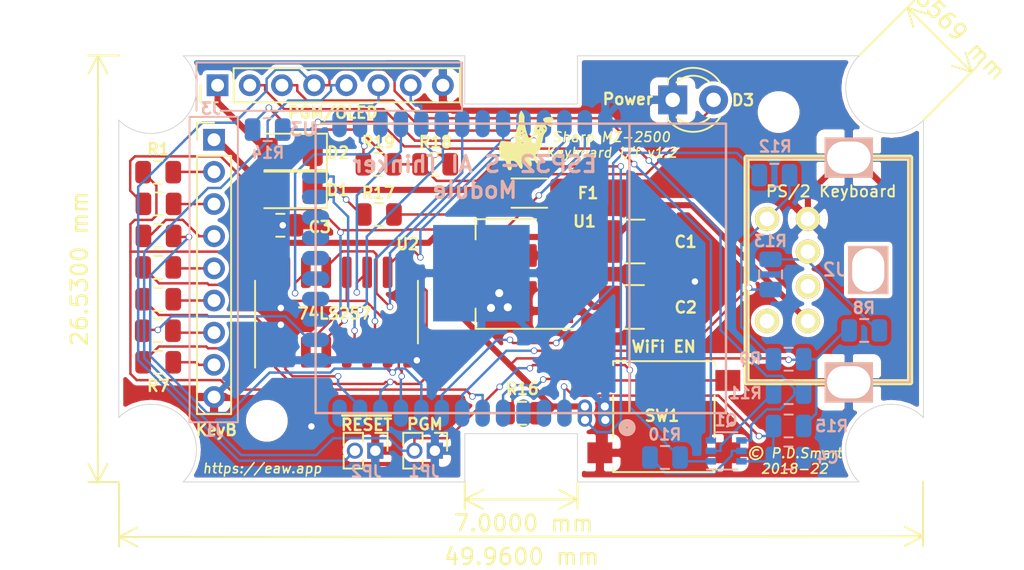
<source format=kicad_pcb>
(kicad_pcb (version 20211014) (generator pcbnew)
  (layers (0 "F.Cu" signal) (31 "B.Cu" signal) (34 "B.Paste" user) (35 "F.Paste" user) (36 "B.SilkS" user "B.Silkscreen") (37 "F.SilkS" user "F.Silkscreen") (38 "B.Mask" user) (39 "F.Mask" user) (44 "Edge.Cuts" user))
  (net 0 "")
  (net 1 "GNDPWR")
  (net 2 "+5V")
  (net 3 "Net-(J2-Pad6)")
  (net 4 "Net-(J2-Pad2)")
  (net 5 "/RXD")
  (net 6 "/TXD")
  (net 7 "/~{PGM}")
  (net 8 "/~{RTSN}")
  (net 9 "/KD0")
  (net 10 "/KD1")
  (net 11 "/KD2")
  (net 12 "/KD3")
  (net 13 "/KD4")
  (net 14 "/MPX")
  (net 15 "/VCC")
  (net 16 "+3V3")
  (net 17 "/PS2_DATA")
  (net 18 "/PS2_CLK")
  (net 19 "Net-(U3-Pad4)")
  (net 20 "Net-(U3-Pad5)")
  (net 21 "Net-(U3-Pad17)")
  (net 22 "Net-(U3-Pad18)")
  (net 23 "Net-(U3-Pad19)")
  (net 24 "Net-(U3-Pad20)")
  (net 25 "Net-(U3-Pad32)")
  (net 26 "Net-(U3-Pad14)")
  (net 27 "Net-(J2-Pad1)")
  (net 28 "Net-(J2-Pad5)")
  (net 29 "/~{RESET}")
  (net 30 "/DSDA")
  (net 31 "/DSCK")
  (net 32 "/VCCMZ")
  (net 33 "/~{RTSNi}")
  (net 34 "/KDB0")
  (net 35 "/KDB1")
  (net 36 "/KDB2")
  (net 37 "/KDB3")
  (net 38 "/MPXi")
  (net 39 "/KDO2")
  (net 40 "/KDO6")
  (net 41 "/KDO3")
  (net 42 "/KDO7")
  (net 43 "/KDO5")
  (net 44 "/KDO1")
  (net 45 "/KDO4")
  (net 46 "/KDO0")
  (net 47 "/VCCPG")
  (net 48 "/RTS")
  (net 49 "/DTR")
  (net 50 "Net-(Q1-Pad2)")
  (net 51 "Net-(Q1-Pad5)")
  (net 52 "Net-(D3-Pad2)")
  (net 53 "Net-(R16-Pad1)")
  (net 54 "Net-(R17-Pad1)")
  (net 55 "/KDI4")
  (net 56 "Net-(U3-Pad21)")
  (net 57 "Net-(U3-Pad22)")
  (footprint "Graphic:Argo" (layer "F.Cu") (at 75.33 85.28)
    (fp_text reference "LG1" hide)
    (fp_text value "Argo Logo" hide)
  )
  (footprint "LED_THT:LED_D3.0mm_Clear" (layer "F.Cu") (at 84.42 82.74)
    (fp_text reference "D3")
    (fp_text value "Power")
  )
  (footprint "Connector_PinHeader_2.00mm:PinHeader_1x09_P2.00mm_Vertical" (layer "F.Cu") (at 55.92 85.22)
    (fp_text reference "J1")
    (fp_text value "MZ2500 Keyboard" hide)
  )
  (footprint "Custom:Mini_din6_ps2" (layer "F.Cu") (at 94.09 93.32 90)
    (fp_text reference "J2")
    (fp_text value "PS/2 Keyboard")
  )
  (footprint "Connector_PinHeader_2.00mm:PinHeader_1x08_P2.00mm_Vertical" (layer "F.Cu") (at 56.14 81.83 90)
    (fp_text reference "J3")
    (fp_text value "PGM/OLED")
  )
  (footprint "Resistor_SMD:R_0805_2012Metric" (layer "F.Cu") (at 52.45 87.24 180)
    (fp_text reference "R1")
    (fp_text value "100R" hide)
  )
  (footprint "Resistor_SMD:R_0805_2012Metric" (layer "F.Cu") (at 52.47 89.21 180)
    (fp_text reference "R2" hide)
    (fp_text value "100R" hide)
  )
  (footprint "Resistor_SMD:R_0805_2012Metric" (layer "F.Cu") (at 52.47 91.2)
    (fp_text reference "R3" hide)
    (fp_text value "100R" hide)
  )
  (footprint "Resistor_SMD:R_0805_2012Metric" (layer "F.Cu") (at 52.45 93.16 180)
    (fp_text reference "R4" hide)
    (fp_text value "100R" hide)
  )
  (footprint "Resistor_SMD:R_0805_2012Metric" (layer "F.Cu") (at 52.45 95.14 180)
    (fp_text reference "R5" hide)
    (fp_text value "100R" hide)
  )
  (footprint "Resistor_SMD:R_0805_2012Metric" (layer "F.Cu") (at 52.43 97.1 180)
    (fp_text reference "R6" hide)
    (fp_text value "100R" hide)
  )
  (footprint "Resistor_SMD:R_0805_2012Metric" (layer "F.Cu") (at 52.45 99.06 180)
    (fp_text reference "R7")
    (fp_text value "100R" hide)
  )
  (footprint "Resistor_SMD:R_0805_2012Metric" (layer "F.Cu") (at 66.16 89.87)
    (fp_text reference "R17")
    (fp_text value "1K" hide)
  )
  (footprint "MountingHole:MountingHole_2.1mm" (layer "F.Cu") (at 91 83.5)
    (fp_text reference "H1" hide)
    (fp_text value "Support" hide)
  )
  (footprint "MountingHole:MountingHole_2.1mm" (layer "F.Cu") (at 59.2 102.7)
    (fp_text reference "H2" hide)
    (fp_text value "Support" hide)
  )
  (footprint "Package_SO:SOIC-16_3.9x9.9mm_P1.27mm" (layer "F.Cu") (at 63.53 95.94 90)
    (fp_text reference "U2")
    (fp_text value "74LS257")
  )
  (footprint "Package_TO_SOT_SMD:SOT-223-3_TabPin2" (layer "F.Cu") (at 74.08 93.57 180)
    (fp_text reference "U1")
    (fp_text value "AMS1117-3.3" hide)
  )
  (footprint "Capacitor_SMD:C_1210_3225Metric_Pad1.42x2.65mm_HandSolder" (layer "F.Cu") (at 82.03 95.62)
    (fp_text reference "C2")
    (fp_text value "100uF" hide)
  )
  (footprint "Capacitor_SMD:C_1210_3225Metric_Pad1.42x2.65mm_HandSolder" (layer "F.Cu") (at 82.07 91.55)
    (fp_text reference "C1")
    (fp_text value "100uF" hide)
  )
  (footprint "Button_Switch_SMD:SW_SPST_B3S-1000" (layer "F.Cu") (at 83.87 102.44 180)
    (fp_text reference "SW1")
    (fp_text value "WiFi EN")
  )
  (footprint "Fuse:Fuse_1806_4516Metric" (layer "F.Cu") (at 75.51 88.54)
    (fp_text reference "F1")
    (fp_text value "500mA" hide)
  )
  (footprint "Capacitor_SMD:C_0805_2012Metric" (layer "F.Cu") (at 60.04 90.54)
    (fp_text reference "C3")
    (fp_text value "100nF" hide)
  )
  (footprint "Diode_SMD:D_1206_3216Metric" (layer "F.Cu") (at 60.64 88.34 180)
    (fp_text reference "D1")
    (fp_text value "1N4001" hide)
  )
  (footprint "Diode_SMD:D_1206_3216Metric" (layer "F.Cu") (at 60.65 85.98 180)
    (fp_text reference "D2")
    (fp_text value "1N4001" hide)
  )
  (footprint "Connector_PinHeader_1.27mm:PinHeader_1x02_P1.27mm_Vertical" (layer "F.Cu") (at 69.64 104.56 -90)
    (fp_text reference "JP1")
    (fp_text value "PGM")
  )
  (footprint "Connector_PinHeader_1.27mm:PinHeader_1x02_P1.27mm_Vertical" (layer "F.Cu") (at 65.94 104.56 -90)
    (fp_text reference "JP2")
    (fp_text value "~{RESET}")
  )
  (footprint "Resistor_SMD:R_0805_2012Metric" (layer "F.Cu") (at 75.06 102.23)
    (fp_text reference "R16")
    (fp_text value "10K" hide)
  )
  (footprint "Resistor_SMD:R_0805_2012Metric" (layer "F.Cu") (at 69.66 86.75 180)
    (fp_text reference "R18")
    (fp_text value "10K" hide)
  )
  (footprint "Resistor_SMD:R_0805_2012Metric" (layer "F.Cu") (at 66.14 86.75)
    (fp_text reference "R19")
    (fp_text value "10K" hide)
  )
  (footprint "Resistor_SMD:R_0805_2012Metric" (layer "B.Cu") (at 96.32 97.08)
    (fp_text reference "R8")
    (fp_text value "2K" hide)
  )
  (footprint "Resistor_SMD:R_0805_2012Metric" (layer "B.Cu") (at 90.5 93.6 -90)
    (fp_text reference "R13")
    (fp_text value "100R" hide)
  )
  (footprint "Resistor_SMD:R_0805_2012Metric" (layer "B.Cu") (at 90.74 87.43 180)
    (fp_text reference "R12")
    (fp_text value "100R" hide)
  )
  (footprint "Resistor_SMD:R_0805_2012Metric" (layer "B.Cu") (at 91.62 98.87 180)
    (fp_text reference "R9")
    (fp_text value "2K" hide)
  )
  (footprint "ESP32-AI-Thinker:ESP32-S" (layer "B.Cu") (at 74.98 93.22 -90)
    (fp_text reference "U3")
    (fp_text value "ESP32-S AI Thinker" hide)
  )
  (footprint "Capacitor_SMD:C_0805_2012Metric" (layer "B.Cu") (at 91.61 105.01)
    (fp_text reference "C4")
    (fp_text value "100nF" hide)
  )
  (footprint "Package_TO_SOT_SMD:SOT-363_SC-70-6" (layer "B.Cu") (at 87.74 104.57)
    (fp_text reference "Q1")
    (fp_text value "MMDT3904" hide)
  )
  (footprint "Resistor_SMD:R_0805_2012Metric" (layer "B.Cu") (at 83.94 104.98)
    (fp_text reference "R10")
    (fp_text value "10K" hide)
  )
  (footprint "Resistor_SMD:R_0805_2012Metric" (layer "B.Cu") (at 91.62 100.95)
    (fp_text reference "R11")
    (fp_text value "10K" hide)
  )
  (footprint "Resistor_SMD:R_0805_2012Metric" (layer "B.Cu") (at 59.25 84.59 180)
    (fp_text reference "R14")
    (fp_text value "10K" hide)
  )
  (footprint "Resistor_SMD:R_0805_2012Metric" (layer "B.Cu") (at 91.62 103.02 180)
    (fp_text reference "R15")
    (fp_text value "10K" hide)
  )
  (gr_line (start 57.4 102.79) (end 57.4 83.79) (layer "B.SilkS") (width 0.12))
  (gr_line (start 99.16 100.3) (end 99.17 86.36) (layer "B.SilkS") (width 0.12))
  (gr_line (start 71.33 83.42) (end 56.33 83.42) (layer "B.SilkS") (width 0.12))
  (gr_line (start 89.02 100.29) (end 99.16 100.3) (layer "B.SilkS") (width 0.12))
  (gr_line (start 99.17 86.36) (end 89.02 86.36) (layer "B.SilkS") (width 0.12))
  (gr_line (start 71.33 80.42) (end 54.83 80.42) (layer "B.SilkS") (width 0.12))
  (gr_line (start 57.4 83.79) (end 54.4 83.8) (layer "B.SilkS") (width 0.12))
  (gr_line (start 54.4 102.79) (end 57.4 102.79) (layer "B.SilkS") (width 0.12))
  (gr_line (start 71.33 83.42) (end 71.33 80.42) (layer "B.SilkS") (width 0.12))
  (gr_line (start 54.4 83.8) (end 54.4 102.79) (layer "B.SilkS") (width 0.12))
  (gr_line (start 89.02 86.36) (end 89.02 100.29) (layer "B.SilkS") (width 0.12))
  (gr_line (start 54.83 80.42) (end 54.83 83.42) (layer "B.SilkS") (width 0.12))
  (gr_line (start 50 84) (end 50 102.5) (layer "Edge.Cuts") (width 0.05))
  (gr_line (start 78.5 80) (end 96 80) (layer "Edge.Cuts") (width 0.05))
  (gr_line (start 54 106.5) (end 71.5 106.5) (layer "Edge.Cuts") (width 0.05))
  (gr_line (start 78.5 106.5) (end 96 106.5) (layer "Edge.Cuts") (width 0.05))
  (gr_line (start 71.5 103.5) (end 78.5 103.5) (layer "Edge.Cuts") (width 0.05))
  (gr_line (start 78.5 106.5) (end 78.5 103.5) (layer "Edge.Cuts") (width 0.05))
  (gr_line (start 71.5 83) (end 71.5 80) (layer "Edge.Cuts") (width 0.05))
  (gr_line (start 78.5 83) (end 78.5 80) (layer "Edge.Cuts") (width 0.05))
  (gr_line (start 71.5 83) (end 78.5 83) (layer "Edge.Cuts") (width 0.05))
  (gr_arc (start 50.000001 102.500002) (mid 54.000001 102.500002) (end 54.000001 106.500002) (layer "Edge.Cuts") (width 0.05))
  (gr_arc (start 96 106.5) (mid 96 102.5) (end 100 102.5) (layer "Edge.Cuts") (width 0.05))
  (gr_arc (start 100 84) (mid 96 84) (end 96 80) (layer "Edge.Cuts") (width 0.05))
  (gr_line (start 71.5 106.5) (end 71.5 103.5) (layer "Edge.Cuts") (width 0.05))
  (gr_line (start 54 80) (end 71.5 80) (layer "Edge.Cuts") (width 0.05))
  (gr_arc (start 54 80) (mid 54 84) (end 50 84) (layer "Edge.Cuts") (width 0.05))
  (gr_line (start 100 84) (end 100 102.5) (layer "Edge.Cuts") (width 0.05))
  (gr_text "ESP32-S AI Thinker\nModule" (at 72.12 87.55) (layer "B.SilkS") (effects (font (size 1 1) (thickness 0.2)) (justify mirror)))
  (gr_text "© P.D.Smart\n2018-22" (at 92 105.2) (layer "F.SilkS") (effects (font (size 0.6 0.6) (thickness 0.1) italic)))
  (gr_text "Sharp MZ-2500\nKeyboard i/f v1.2\n" (at 80.62 85.54) (layer "F.SilkS") (effects (font (size 0.6 0.6) (thickness 0.1) italic)))
  (gr_text "https://eaw.app" (at 58.92 105.66) (layer "F.SilkS") (effects (font (size 0.6 0.6) (thickness 0.1) italic)))
  (gr_text "KeyB" (at 56.06 103.27) (layer "F.SilkS") (effects (font (size 0.7 0.7))))
  (dimension (type aligned) (layer "F.SilkS") (pts (xy 50.01 106.53) (xy 99.97 106.49)) (height 3.392232) (gr_text "49.9600 mm" (at 75.03 111.15 0.04587331247) (layer "F.SilkS") (effects (font (size 1 1) (thickness 0.15)))) (format (units 2) (units_format 1) (precision 4)) (style (thickness 0.12) (arrow_length 1.27) (text_position_mode 2) (extension_height 0.58642) (extension_offset 0) keep_text_aligned))
  (dimension (type aligned) (layer "F.SilkS") (pts (xy 100 84) (xy 96 80)) (height 4.235569) (gr_text "5.6569 mm" (at 101.808173 78.191827 -45) (layer "F.SilkS") (effects (font (size 1 1) (thickness 0.15)))) (format (units 2) (units_format 1) (precision 4)) (style (thickness 0.12) (arrow_length 1.27) (text_position_mode 0) (extension_height 0.58642) (extension_offset 0) keep_text_aligned))
  (dimension (type aligned) (layer "F.SilkS") (pts (xy 50 106.51) (xy 50.01 79.98)) (height -1.300003) (gr_text "26.5300 mm" (at 47.554997 93.244077 89.9784034) (layer "F.SilkS") (effects (font (size 1 1) (thickness 0.15)))) (format (units 2) (units_format 1) (precision 4)) (style (thickness 0.12) (arrow_length 1.27) (text_position_mode 0) (extension_height 0.58642) (extension_offset 0) keep_text_aligned))
  (dimension (type aligned) (layer "F.SilkS") (pts (xy 78.5 106.5) (xy 71.5 106.5)) (height -1.09) (gr_text "7.0000 mm" (at 75.16 109.07) (layer "F.SilkS") (effects (font (size 1 1) (thickness 0.15)))) (format (units 2) (units_format 1) (precision 4)) (style (thickness 0.12) (arrow_length 1.27) (text_position_mode 2) (extension_height 0.58642) (extension_offset 0) keep_text_aligned))
  (segment (start 70.7709 83.4155) (end 70.14 82.7846) (width 0.381) (layer "F.Cu") (net 1))
  (segment (start 69.566999 105.387001) (end 66.013001 105.387001) (width 0.254) (layer "F.Cu") (net 1))
  (segment (start 69.64 104.56) (end 69.64 105.314) (width 0.254) (layer "F.Cu") (net 1))
  (segment (start 73.17 95.64) (end 73.13 95.68) (width 0.381) (layer "F.Cu") (net 1))
  (segment (start 77.23 95.87) (end 77.23 97.001) (width 0.381) (layer "F.Cu") (net 1))
  (segment (start 74.4 95.87) (end 74.17 95.64) (width 0.381) (layer "F.Cu") (net 1))
  (segment (start 84.42 82.74) (end 83.139 82.74) (width 0.381) (layer "F.Cu") (net 1))
  (segment (start 95.36 86.335) (end 95.11 86.335) (width 0.381) (layer "F.Cu") (net 1))
  (segment (start 80.2 104.385) (end 79.895 104.69) (width 0.381) (layer "F.Cu") (net 1))
  (segment (start 59.132407 105.387001) (end 59.129408 105.39) (width 0.254) (layer "F.Cu") (net 1))
  (segment (start 65.94 104.56) (end 65.94 105.314) (width 0.254) (layer "F.Cu") (net 1))
  (segment (start 95.36 101.936) (end 95.36 100.305) (width 0.381) (layer "F.Cu") (net 1))
  (segment (start 79.895 104.69) (end 87.845 104.69) (width 0.381) (layer "F.Cu") (net 1))
  (segment (start 87.845 104.69) (end 92.606 104.69) (width 0.381) (layer "F.Cu") (net 1))
  (segment (start 57.95 105.39) (end 55.92 103.36) (width 0.254) (layer "F.Cu") (net 1))
  (segment (start 65.94 105.314) (end 65.866999 105.387001) (width 0.254) (layer "F.Cu") (net 1))
  (segment (start 92.606 104.69) (end 95.36 101.936) (width 0.381) (layer "F.Cu") (net 1))
  (segment (start 60.9775 90.54) (end 60.19 90.54) (width 0.381) (layer "F.Cu") (net 1))
  (segment (start 69.64 105.314) (end 69.566999 105.387001) (width 0.254) (layer "F.Cu") (net 1))
  (segment (start 83.5175 91.59) (end 83.5575 91.55) (width 0.381) (layer "F.Cu") (net 1))
  (segment (start 82.4635 83.4155) (end 70.7709 83.4155) (width 0.381) (layer "F.Cu") (net 1))
  (segment (start 60.07 96.73) (end 60.070006 96.730006) (width 0.381) (layer "F.Cu") (net 1))
  (segment (start 74.17 95.64) (end 74.17 95.29) (width 0.381) (layer "F.Cu") (net 1))
  (segment (start 81.3475 97.79) (end 83.5175 95.62) (width 0.381) (layer "F.Cu") (net 1))
  (segment (start 74.17 95.29) (end 73.64 94.76) (width 0.381) (layer "F.Cu") (net 1))
  (segment (start 80.2 101.81) (end 80.2 104.385) (width 0.381) (layer "F.Cu") (net 1))
  (segment (start 77.23 97.001) (end 78.019 97.79) (width 0.381) (layer "F.Cu") (net 1))
  (segment (start 68.5 98.94) (end 67.975 98.415) (width 0.381) (layer "F.Cu") (net 1))
  (segment (start 78.019 97.79) (end 81.3475 97.79) (width 0.381) (layer "F.Cu") (net 1))
  (segment (start 70.14 82.7846) (end 70.14 81.83) (width 0.381) (layer "F.Cu") (net 1))
  (segment (start 97.241 100.305) (end 98.98 98.566) (width 0.381) (layer "F.Cu") (net 1))
  (segment (start 66.013001 105.387001) (end 65.94 105.314) (width 0.254) (layer "F.Cu") (net 1))
  (segment (start 65.866999 105.387001) (end 59.132407 105.387001) (width 0.254) (layer "F.Cu") (net 1))
  (segment (start 55.92 103.36) (end 55.92 101.22) (width 0.254) (layer "F.Cu") (net 1))
  (segment (start 74.17 95.64) (end 73.17 95.64) (width 0.381) (layer "F.Cu") (net 1))
  (segment (start 83.139 82.74) (end 82.4635 83.4155) (width 0.381) (layer "F.Cu") (net 1))
  (segment (start 92.82 88.625) (end 92.82 90.145) (width 0.381) (layer "F.Cu") (net 1))
  (segment (start 59.129408 105.39) (end 57.95 105.39) (width 0.254) (layer "F.Cu") (net 1))
  (segment (start 77.23 95.87) (end 74.4 95.87) (width 0.381) (layer "F.Cu") (net 1))
  (segment (start 60.07 95.677588) (end 60.07 96.73) (width 0.381) (layer "F.Cu") (net 1))
  (segment (start 98.98 98.566) (end 98.98 89.54) (width 0.381) (layer "F.Cu") (net 1))
  (segment (start 95.11 86.335) (end 92.82 88.625) (width 0.381) (layer "F.Cu") (net 1))
  (segment (start 98.98 89.54) (end 95.775 86.335) (width 0.381) (layer "F.Cu") (net 1))
  (segment (start 68.52 98.94) (end 68.5 98.94) (width 0.381) (layer "F.Cu") (net 1))
  (segment (start 83.5175 95.62) (end 83.5175 91.59) (width 0.381) (layer "F.Cu") (net 1))
  (segment (start 95.775 86.335) (end 95.36 86.335) (width 0.381) (layer "F.Cu") (net 1))
  (segment (start 95.36 100.305) (end 97.241 100.305) (width 0.381) (layer "F.Cu") (net 1))
  (via (at 60.19 90.54) (size 0.5) (drill 0.4) (layers "F.Cu" "B.Cu") (net 1))
  (via (at 85.8 94.04) (size 0.5) (drill 0.4) (layers "F.Cu" "B.Cu") (net 1))
  (via (at 61.97 103.05) (size 0.5) (drill 0.4) (layers "F.Cu" "B.Cu") (net 1))
  (via (at 60.07 95.677588) (size 0.5) (drill 0.4) (layers "F.Cu" "B.Cu") (net 1))
  (via (at 68.52 98.94) (size 0.5) (drill 0.4) (layers "F.Cu" "B.Cu") (net 1))
  (via (at 73.64 94.76) (size 0.8) (drill 0.5) (layers "F.Cu" "B.Cu") (net 1))
  (via (at 80.2 101.81) (size 0.8) (drill 0.5) (layers "F.Cu" "B.Cu") (net 1))
  (via (at 80.23 102.65) (size 0.8) (drill 0.5) (layers "F.Cu" "B.Cu") (net 1))
  (via (at 74.17 95.64) (size 0.8) (drill 0.5) (layers "F.Cu" "B.Cu") (net 1))
  (via (at 60.070006 96.730006) (size 0.5) (drill 0.4) (layers "F.Cu" "B.Cu") (net 1))
  (via (at 73.13 95.68) (size 0.8) (drill 0.5) (layers "F.Cu" "B.Cu") (net 1))
  (segment (start 68.005 98.935) (end 70.496 98.935) (width 0.381) (layer "B.Cu") (net 1))
  (segment (start 80.23 102.22) (end 80.23 101.82) (width 0.381) (layer "B.Cu") (net 1))
  (segment (start 55.92 101.22) (end 58.205 98.935) (width 0.381) (layer "B.Cu") (net 1))
  (segment (start 72.53 94.12) (end 72.53 93.52) (width 0.381) (layer "B.Cu") (net 1))
  (segment (start 60.795 97.455) (end 60.320005 96.980005) (width 0.381) (layer "B.Cu") (net 1))
  (segment (start 80.23 84.22) (end 80.23 89.201) (width 0.381) (layer "B.Cu") (net 1))
  (segment (start 80.23 83.82) (end 80.23 84.22) (width 0.381) (layer "B.Cu") (net 1))
  (segment (start 62.23 98.935) (end 68.005 98.935) (width 0.381) (layer "B.Cu") (net 1))
  (segment (start 60.19 95.557588) (end 60.07 95.677588) (width 0.381) (layer "B.Cu") (net 1))
  (segment (start 58.205 98.935) (end 60.795 98.935) (width 0.381) (layer "B.Cu") (net 1))
  (segment (start 84.42 82.74) (end 81.31 82.74) (width 0.381) (layer "B.Cu") (net 1))
  (segment (start 60.795 98.935) (end 60.999 98.935) (width 0.381) (layer "B.Cu") (net 1))
  (segment (start 95.36 100.305) (end 95.36 99.76) (width 0.381) (layer "B.Cu") (net 1))
  (segment (start 70.496 98.935) (end 72.53 96.901) (width 0.381) (layer "B.Cu") (net 1))
  (segment (start 80.23 89.201) (end 75.911 93.52) (width 0.381) (layer "B.Cu") (net 1))
  (segment (start 60.999 98.935) (end 62.23 98.935) (width 0.381) (layer "B.Cu") (net 1))
  (segment (start 60.795 98.935) (end 60.795 97.455) (width 0.381) (layer "B.Cu") (net 1))
  (segment (start 72.53 96.901) (end 72.53 93.52) (width 0.381) (layer "B.Cu") (net 1))
  (segment (start 75.911 93.52) (end 72.53 93.52) (width 0.381) (layer "B.Cu") (net 1))
  (segment (start 81.31 82.74) (end 80.23 83.82) (width 0.381) (layer "B.Cu") (net 1))
  (segment (start 80.23 101.82) (end 72.53 94.12) (width 0.381) (layer "B.Cu") (net 1))
  (segment (start 60.320005 96.980005) (end 60.070006 96.730006) (width 0.381) (layer "B.Cu") (net 1))
  (segment (start 60.19 90.54) (end 60.19 95.557588) (width 0.381) (layer "B.Cu") (net 1))
  (segment (start 82.8425 89.29) (end 85.615 89.29) (width 0.381) (layer "F.Cu") (net 2))
  (segment (start 77.51 88.54) (end 77.51 90.99) (width 0.381) (layer "F.Cu") (net 2))
  (segment (start 69.6271 91.27) (end 77.23 91.27) (width 0.381) (layer "F.Cu") (net 2))
  (segment (start 60.193 91.6305) (end 69.2666 91.6305) (width 0.381) (layer "F.Cu") (net 2))
  (segment (start 85.615 89.29) (end 92.82 96.495) (width 0.381) (layer "F.Cu") (net 2))
  (segment (start 59.1025 90.54) (end 60.193 91.6305) (width 0.381) (layer "F.Cu") (net 2))
  (segment (start 59.085 90.5575) (end 59.1025 90.54) (width 0.381) (layer "F.Cu") (net 2))
  (segment (start 59.085 90.8325) (end 59.0825 90.83) (width 0.381) (layer "F.Cu") (net 2))
  (segment (start 80.5825 91.55) (end 82.8425 89.29) (width 0.381) (layer "F.Cu") (net 2))
  (segment (start 77.51 90.99) (end 77.23 91.27) (width 0.381) (layer "F.Cu") (net 2))
  (segment (start 77.23 91.27) (end 80.3025 91.27) (width 0.381) (layer "F.Cu") (net 2))
  (segment (start 80.3025 91.27) (end 80.5825 91.55) (width 0.381) (layer "F.Cu") (net 2))
  (segment (start 59.085 90.8325) (end 59.085 90.5575) (width 0.381) (layer "F.Cu") (net 2))
  (segment (start 59.085 93.465) (end 59.085 90.8325) (width 0.381) (layer "F.Cu") (net 2))
  (segment (start 69.2666 91.6305) (end 69.6271 91.27) (width 0.381) (layer "F.Cu") (net 2))
  (segment (start 60.2857 83.3214) (end 66.4502 83.3214) (width 0.1524) (layer "F.Cu") (net 5))
  (segment (start 59.0915 82.1272) (end 60.2857 83.3214) (width 0.1524) (layer "F.Cu") (net 5))
  (segment (start 59.0915 81.83) (end 59.0915 82.1272) (width 0.1524) (layer "F.Cu") (net 5))
  (segment (start 58.14 81.83) (end 59.0915 81.83) (width 0.1524) (layer "F.Cu") (net 5))
  (segment (start 68.4083 85.2795) (end 74.515 85.2795) (width 0.1524) (layer "F.Cu") (net 5))
  (segment (start 66.4502 83.3214) (end 68.4083 85.2795) (width 0.1524) (layer "F.Cu") (net 5))
  (via (at 74.515 85.2795) (size 0.4) (drill 0.3) (layers "F.Cu" "B.Cu") (net 5))
  (segment (start 74.515 85.2795) (end 74.582 85.3465) (width 0.1524) (layer "B.Cu") (net 5))
  (segment (start 75.15 84.22) (end 75.15 85.3465) (width 0.1524) (layer "B.Cu") (net 5))
  (segment (start 74.582 85.3465) (end 75.15 85.3465) (width 0.1524) (layer "B.Cu") (net 5))
  (segment (start 68.9291 84.649) (end 75.1545 84.649) (width 0.1524) (layer "F.Cu") (net 6))
  (segment (start 60.14 81.83) (end 61.0915 81.83) (width 0.1524) (layer "F.Cu") (net 6))
  (segment (start 75.1545 84.649) (end 75.785 85.2795) (width 0.1524) (layer "F.Cu") (net 6))
  (segment (start 67.0616 82.7815) (end 68.9291 84.649) (width 0.1524) (layer "F.Cu") (net 6))
  (segment (start 61.6861 82.7815) (end 67.0616 82.7815) (width 0.1524) (layer "F.Cu") (net 6))
  (segment (start 61.0915 82.1869) (end 61.6861 82.7815) (width 0.1524) (layer "F.Cu") (net 6))
  (segment (start 61.0915 81.83) (end 61.0915 82.1869) (width 0.1524) (layer "F.Cu") (net 6))
  (via (at 75.785 85.2795) (size 0.4) (drill 0.3) (layers "F.Cu" "B.Cu") (net 6))
  (segment (start 75.852 85.3465) (end 76.42 85.3465) (width 0.1524) (layer "B.Cu") (net 6))
  (segment (start 75.785 85.2795) (end 75.852 85.3465) (width 0.1524) (layer "B.Cu") (net 6))
  (segment (start 76.42 84.22) (end 76.42 85.3465) (width 0.1524) (layer "B.Cu") (net 6))
  (segment (start 70.0444 85.6351) (end 67.7405 85.6351) (width 0.1524) (layer "F.Cu") (net 7))
  (segment (start 70.1818 85.7725) (end 70.0444 85.6351) (width 0.1524) (layer "F.Cu") (net 7))
  (segment (start 66.2178 84.1124) (end 62.3774 84.1124) (width 0.1524) (layer "F.Cu") (net 7))
  (segment (start 67.7405 85.6351) (end 66.2178 84.1124) (width 0.1524) (layer "F.Cu") (net 7))
  (segment (start 81.0599 85.7725) (end 70.1818 85.7725) (width 0.1524) (layer "F.Cu") (net 7))
  (segment (start 82.0228 86.7354) (end 81.0599 85.7725) (width 0.1524) (layer "F.Cu") (net 7))
  (via (at 82.0228 86.7354) (size 0.4) (drill 0.3) (layers "F.Cu" "B.Cu") (net 7))
  (via (at 62.3774 84.1124) (size 0.4) (drill 0.3) (layers "F.Cu" "B.Cu") (net 7))
  (segment (start 60.1875 84.59) (end 61.8998 84.59) (width 0.1524) (layer "B.Cu") (net 7))
  (segment (start 63.6124 84.1124) (end 63.72 84.22) (width 0.1524) (layer "B.Cu") (net 7))
  (segment (start 62.3774 84.1124) (end 63.6124 84.1124) (width 0.1524) (layer "B.Cu") (net 7))
  (segment (start 61.8998 84.59) (end 62.3774 84.1124) (width 0.1524) (layer "B.Cu") (net 7))
  (segment (start 86.79 91.5026) (end 82.0228 86.7354) (width 0.1524) (layer "B.Cu") (net 7))
  (segment (start 86.79 103.92) (end 86.79 91.5026) (width 0.1524) (layer "B.Cu") (net 7))
  (segment (start 53.4075 87.22) (end 53.3875 87.24) (width 0.1524) (layer "F.Cu") (net 8))
  (segment (start 55.92 87.22) (end 53.4075 87.22) (width 0.1524) (layer "F.Cu") (net 8))
  (segment (start 53.4175 89.22) (end 53.4075 89.21) (width 0.1524) (layer "F.Cu") (net 9))
  (segment (start 55.92 89.22) (end 53.4175 89.22) (width 0.1524) (layer "F.Cu") (net 9))
  (segment (start 51.9353 91.2) (end 51.5325 91.2) (width 0.1524) (layer "F.Cu") (net 10))
  (segment (start 54.9685 91.22) (end 54.9685 91.1974) (width 0.1524) (layer "F.Cu") (net 10))
  (segment (start 52.9303 90.205) (end 51.9353 91.2) (width 0.1524) (layer "F.Cu") (net 10))
  (segment (start 55.92 91.22) (end 54.9685 91.22) (width 0.1524) (layer "F.Cu") (net 10))
  (segment (start 53.9761 90.205) (end 52.9303 90.205) (width 0.1524) (layer "F.Cu") (net 10))
  (segment (start 54.9685 91.1974) (end 53.9761 90.205) (width 0.1524) (layer "F.Cu") (net 10))
  (segment (start 53.4475 93.22) (end 53.3875 93.16) (width 0.1524) (layer "F.Cu") (net 11))
  (segment (start 55.92 93.22) (end 53.4475 93.22) (width 0.1524) (layer "F.Cu") (net 11))
  (segment (start 55.92 95.22) (end 53.4675 95.22) (width 0.1524) (layer "F.Cu") (net 12))
  (segment (start 53.4675 95.22) (end 53.3875 95.14) (width 0.1524) (layer "F.Cu") (net 12))
  (segment (start 55.92 97.22) (end 53.4875 97.22) (width 0.1524) (layer "F.Cu") (net 13))
  (segment (start 53.4875 97.22) (end 53.3675 97.1) (width 0.1524) (layer "F.Cu") (net 13))
  (segment (start 54.8085 99.06) (end 53.3875 99.06) (width 0.1524) (layer "F.Cu") (net 14))
  (segment (start 54.9685 99.22) (end 54.8085 99.06) (width 0.1524) (layer "F.Cu") (net 14))
  (segment (start 55.92 99.22) (end 54.9685 99.22) (width 0.1524) (layer "F.Cu") (net 14))
  (segment (start 62.05 85.98) (end 62.05 88.33) (width 0.381) (layer "F.Cu") (net 15))
  (segment (start 62.05 88.33) (end 62.04 88.34) (width 0.381) (layer "F.Cu") (net 15))
  (segment (start 62.04 88.34) (end 73.31 88.34) (width 0.381) (layer "F.Cu") (net 15))
  (segment (start 73.31 88.34) (end 73.51 88.54) (width 0.381) (layer "F.Cu") (net 15))
  (segment (start 73.46 88.59) (end 73.51 88.54) (width 0.381) (layer "F.Cu") (net 15))
  (segment (start 79.53 95.62) (end 80.5425 95.62) (width 0.381) (layer "F.Cu") (net 16))
  (segment (start 60.6858 84.5889) (end 64.9164 84.5889) (width 0.1524) (layer "F.Cu") (net 16))
  (segment (start 59.3285 83.2316) (end 60.6858 84.5889) (width 0.1524) (layer "F.Cu") (net 16))
  (segment (start 74.3159 99.2369) (end 70.93 95.851) (width 0.381) (layer "F.Cu") (net 16))
  (segment (start 77.23 93.57) (end 77.48 93.57) (width 0.381) (layer "F.Cu") (net 16))
  (segment (start 70.93 93.57) (end 77.23 93.57) (width 0.381) (layer "F.Cu") (net 16))
  (segment (start 78.96 102.64) (end 78.97 102.65) (width 0.381) (layer "F.Cu") (net 16))
  (segment (start 74.3159 99.2369) (end 74.7334 98.8194) (width 0.1524) (layer "F.Cu") (net 16))
  (segment (start 68.7225 86.75) (end 69.7504 87.7779) (width 0.1524) (layer "F.Cu") (net 16))
  (segment (start 77.48 93.57) (end 79.53 95.62) (width 0.381) (layer "F.Cu") (net 16))
  (segment (start 78.96 101.81) (end 78.96 102.64) (width 0.381) (layer "F.Cu") (net 16))
  (segment (start 78.96 101.81) (end 76.889 101.81) (width 0.381) (layer "F.Cu") (net 16))
  (segment (start 76.585 102.23) (end 76.889 101.926) (width 0.381) (layer "F.Cu") (net 16))
  (segment (start 73.1588 86.8776) (end 81.1954 86.8776) (width 0.1524) (layer "F.Cu") (net 16))
  (segment (start 76.889 101.81) (end 74.3159 99.2369) (width 0.381) (layer "F.Cu") (net 16))
  (segment (start 70.93 95.851) (end 70.93 93.57) (width 0.381) (layer "F.Cu") (net 16))
  (segment (start 64.9164 84.5889) (end 67.0775 86.75) (width 0.1524) (layer "F.Cu") (net 16))
  (segment (start 68.7225 86.75) (end 67.0775 86.75) (width 0.1524) (layer "F.Cu") (net 16))
  (segment (start 91.5346 98.8194) (end 91.62 98.9048) (width 0.1524) (layer "F.Cu") (net 16))
  (segment (start 74.7334 98.8194) (end 91.5346 98.8194) (width 0.1524) (layer "F.Cu") (net 16))
  (segment (start 69.7504 87.7779) (end 72.2585 87.7779) (width 0.1524) (layer "F.Cu") (net 16))
  (segment (start 72.2585 87.7779) (end 73.1588 86.8776) (width 0.1524) (layer "F.Cu") (net 16))
  (segment (start 75.9975 102.23) (end 76.585 102.23) (width 0.381) (layer "F.Cu") (net 16))
  (segment (start 76.889 101.926) (end 76.889 101.81) (width 0.381) (layer "F.Cu") (net 16))
  (via (at 59.3285 83.2316) (size 0.4) (drill 0.3) (layers "F.Cu" "B.Cu") (net 16))
  (via (at 91.62 98.9048) (size 0.4) (drill 0.3) (layers "F.Cu" "B.Cu") (net 16))
  (via (at 78.97 102.65) (size 0.8) (drill 0.5) (layers "F.Cu" "B.Cu") (net 16))
  (via (at 81.1954 86.8776) (size 0.4) (drill 0.3) (layers "F.Cu" "B.Cu") (net 16))
  (via (at 78.96 101.81) (size 0.8) (drill 0.5) (layers "F.Cu" "B.Cu") (net 16))
  (segment (start 92.5227 98.9048) (end 92.5575 98.87) (width 0.1524) (layer "B.Cu") (net 16))
  (segment (start 92.5575 98.87) (end 93.3411 98.87) (width 0.1524) (layer "B.Cu") (net 16))
  (segment (start 95.1311 97.08) (end 95.3825 97.08) (width 0.1524) (layer "B.Cu") (net 16))
  (segment (start 81.1954 102.7175) (end 81.1954 86.8776) (width 0.1524) (layer "B.Cu") (net 16))
  (segment (start 58.3125 84.2476) (end 58.3125 84.59) (width 0.1524) (layer "B.Cu") (net 16))
  (segment (start 93.3411 98.87) (end 93.3411 102.2364) (width 0.1524) (layer "B.Cu") (net 16))
  (segment (start 78.96 101.81) (end 78.96 102.22) (width 0.1524) (layer "B.Cu") (net 16))
  (segment (start 93.3411 98.87) (end 95.1311 97.08) (width 0.1524) (layer "B.Cu") (net 16))
  (segment (start 78.97 102.65) (end 79.7196 103.3996) (width 0.1524) (layer "B.Cu") (net 16))
  (segment (start 79.7196 103.3996) (end 80.5133 103.3996) (width 0.1524) (layer "B.Cu") (net 16))
  (segment (start 91.62 98.9048) (end 92.5227 98.9048) (width 0.1524) (layer "B.Cu") (net 16))
  (segment (start 93.3411 102.2364) (end 92.5575 103.02) (width 0.1524) (layer "B.Cu") (net 16))
  (segment (start 80.5133 103.3996) (end 81.1954 102.7175) (width 0.1524) (layer "B.Cu") (net 16))
  (segment (start 59.3285 83.2316) (end 58.3125 84.2476) (width 0.1524) (layer "B.Cu") (net 16))
  (segment (start 75.8086 98.3428) (end 85.2464 98.3428) (width 0.1524) (layer "F.Cu") (net 17))
  (segment (start 85.2464 98.3428) (end 89.1636 94.4256) (width 0.1524) (layer "F.Cu") (net 17))
  (via (at 89.1636 94.4256) (size 0.4) (drill 0.3) (layers "F.Cu" "B.Cu") (net 17))
  (via (at 75.8086 98.3428) (size 0.4) (drill 0.3) (layers "F.Cu" "B.Cu") (net 17))
  (segment (start 90.5 94.5375) (end 89.2755 94.5375) (width 0.1524) (layer "B.Cu") (net 17))
  (segment (start 74.0907 98.3428) (end 71.34 101.0935) (width 0.1524) (layer "B.Cu") (net 17))
  (segment (start 71.34 102.22) (end 71.34 101.0935) (width 0.1524) (layer "B.Cu") (net 17))
  (segment (start 89.2755 94.5375) (end 89.1636 94.4256) (width 0.1524) (layer "B.Cu") (net 17))
  (segment (start 75.8086 98.3428) (end 74.0907 98.3428) (width 0.1524) (layer "B.Cu") (net 17))
  (segment (start 77.1833 97.8637) (end 74.5061 97.8637) (width 0.1524) (layer "F.Cu") (net 18))
  (segment (start 74.5061 97.8637) (end 74.3077 97.6653) (width 0.1524) (layer "F.Cu") (net 18))
  (via (at 77.1833 97.8637) (size 0.4) (drill 0.3) (layers "F.Cu" "B.Cu") (net 18))
  (via (at 74.3077 97.6653) (size 0.4) (drill 0.3) (layers "F.Cu" "B.Cu") (net 18))
  (segment (start 80.7189 94.3281) (end 77.1833 97.8637) (width 0.1524) (layer "B.Cu") (net 18))
  (segment (start 81.3639 86.0352) (end 80.7189 86.6802) (width 0.1524) (layer "B.Cu") (net 18))
  (segment (start 70.07 102.22) (end 70.07 101.0935) (width 0.1524) (layer "B.Cu") (net 18))
  (segment (start 89.8025 87.43) (end 88.4077 86.0352) (width 0.1524) (layer "B.Cu") (net 18))
  (segment (start 80.7189 86.6802) (end 80.7189 94.3281) (width 0.1524) (layer "B.Cu") (net 18))
  (segment (start 74.3077 97.6653) (end 73.4982 97.6653) (width 0.1524) (layer "B.Cu") (net 18))
  (segment (start 73.4982 97.6653) (end 70.07 101.0935) (width 0.1524) (layer "B.Cu") (net 18))
  (segment (start 88.4077 86.0352) (end 81.3639 86.0352) (width 0.1524) (layer "B.Cu") (net 18))
  (segment (start 97.1367 97.08) (end 92.82 92.7633) (width 0.1524) (layer "B.Cu") (net 27))
  (segment (start 92.82 92.6625) (end 92.82 92.177) (width 0.1524) (layer "B.Cu") (net 27))
  (segment (start 92.82 92.6625) (end 90.5 92.6625) (width 0.1524) (layer "B.Cu") (net 27))
  (segment (start 97.2575 97.08) (end 97.1367 97.08) (width 0.1524) (layer "B.Cu") (net 27))
  (segment (start 92.82 92.7633) (end 92.82 92.6625) (width 0.1524) (layer "B.Cu") (net 27))
  (segment (start 90.28 90.145) (end 88.687 91.738) (width 0.1524) (layer "B.Cu") (net 28))
  (segment (start 88.687 91.738) (end 88.687 96.8745) (width 0.1524) (layer "B.Cu") (net 28))
  (segment (start 91.6775 87.43) (end 91.6775 88.7475) (width 0.1524) (layer "B.Cu") (net 28))
  (segment (start 88.687 96.8745) (end 90.6825 98.87) (width 0.1524) (layer "B.Cu") (net 28))
  (segment (start 91.6775 88.7475) (end 90.28 90.145) (width 0.1524) (layer "B.Cu") (net 28))
  (segment (start 78.2301 101.1334) (end 77.669 100.5723) (width 0.1524) (layer "F.Cu") (net 29))
  (segment (start 87.2642 101.1334) (end 78.2301 101.1334) (width 0.1524) (layer "F.Cu") (net 29))
  (segment (start 89.7809 103.6501) (end 87.2642 101.1334) (width 0.1524) (layer "F.Cu") (net 29))
  (via (at 77.669 100.5723) (size 0.4) (drill 0.3) (layers "F.Cu" "B.Cu") (net 29))
  (via (at 89.7809 103.6501) (size 0.4) (drill 0.3) (layers "F.Cu" "B.Cu") (net 29))
  (segment (start 77.69 100.5933) (end 77.69 102.22) (width 0.1524) (layer "B.Cu") (net 29))
  (segment (start 77.669 100.5723) (end 77.69 100.5933) (width 0.1524) (layer "B.Cu") (net 29))
  (segment (start 90.6725 105.01) (end 90.6725 103.6501) (width 0.1524) (layer "B.Cu") (net 29))
  (segment (start 90.4625 105.22) (end 90.6725 105.01) (width 0.1524) (layer "B.Cu") (net 29))
  (segment (start 90.6725 103.6501) (end 89.7809 103.6501) (width 0.1524) (layer "B.Cu") (net 29))
  (segment (start 90.6825 103.02) (end 90.6825 103.6401) (width 0.1524) (layer "B.Cu") (net 29))
  (segment (start 88.69 105.22) (end 90.4625 105.22) (width 0.1524) (layer "B.Cu") (net 29))
  (segment (start 90.6825 103.6401) (end 90.6725 103.6501) (width 0.1524) (layer "B.Cu") (net 29))
  (segment (start 70.0041 86.1566) (end 70.5975 86.75) (width 0.1524) (layer "F.Cu") (net 30))
  (segment (start 69.6359 86.1566) (end 70.0041 86.1566) (width 0.1524) (layer "F.Cu") (net 30))
  (via (at 69.6359 86.1566) (size 0.4) (drill 0.3) (layers "F.Cu" "B.Cu") (net 30))
  (segment (start 68.452 83.0935) (end 68.8 83.0935) (width 0.1524) (layer "B.Cu") (net 30))
  (segment (start 68.8 84.22) (end 68.8 85.3465) (width 0.1524) (layer "B.Cu") (net 30))
  (segment (start 68.14 81.83) (end 68.14 82.7815) (width 0.1524) (layer "B.Cu") (net 30))
  (segment (start 68.8 84.22) (end 68.8 83.0935) (width 0.1524) (layer "B.Cu") (net 30))
  (segment (start 68.8 85.3465) (end 68.8258 85.3465) (width 0.1524) (layer "B.Cu") (net 30))
  (segment (start 68.8258 85.3465) (end 69.6359 86.1566) (width 0.1524) (layer "B.Cu") (net 30))
  (segment (start 68.14 82.7815) (end 68.452 83.0935) (width 0.1524) (layer "B.Cu") (net 30))
  (segment (start 65.2025 85.6752) (end 65.261 85.6167) (width 0.1524) (layer "F.Cu") (net 31))
  (segment (start 65.2025 86.75) (end 65.2025 85.6752) (width 0.1524) (layer "F.Cu") (net 31))
  (via (at 65.261 85.6167) (size 0.4) (drill 0.3) (layers "F.Cu" "B.Cu") (net 31))
  (segment (start 64.99 84.22) (end 64.99 83.0935) (width 0.1524) (layer "B.Cu") (net 31))
  (segment (start 65.261 85.6167) (end 65.2602 85.6167) (width 0.1524) (layer "B.Cu") (net 31))
  (segment (start 66.14 82.7815) (end 65.828 83.0935) (width 0.1524) (layer "B.Cu") (net 31))
  (segment (start 65.828 83.0935) (end 64.99 83.0935) (width 0.1524) (layer "B.Cu") (net 31))
  (segment (start 64.99 84.22) (end 64.99 85.3465) (width 0.1524) (layer "B.Cu") (net 31))
  (segment (start 66.14 81.83) (end 66.14 82.7815) (width 0.1524) (layer "B.Cu") (net 31))
  (segment (start 65.2602 85.6167) (end 64.99 85.3465) (width 0.1524) (layer "B.Cu") (net 31))
  (segment (start 55.92 85.22) (end 56.12 85.22) (width 0.381) (layer "F.Cu") (net 32))
  (segment (start 56.12 85.22) (end 59.24 88.34) (width 0.381) (layer "F.Cu") (net 32))
  (segment (start 55.92 85.22) (end 55.92 85.26) (width 0.381) (layer "F.Cu") (net 32))
  (segment (start 50.7237 99.7751) (end 51.1202 100.1716) (width 0.1524) (layer "F.Cu") (net 33))
  (segment (start 56.9607 92.975) (end 58.7142 94.7285) (width 0.1524) (layer "F.Cu") (net 33))
  (segment (start 58.7142 94.7285) (end 59.4023 94.7285) (width 0.1524) (layer "F.Cu") (net 33))
  (segment (start 52.3389 88.0664) (end 52.3389 89.9295) (width 0.1524) (layer "F.Cu") (net 33))
  (segment (start 51.5125 87.24) (end 52.3389 88.0664) (width 0.1524) (layer "F.Cu") (net 33))
  (segment (start 56.3319 100.1716) (end 56.9203 100.76) (width 0.1524) (layer "F.Cu") (net 33))
  (segment (start 60.355 93.7758) (end 60.355 93.465) (width 0.1524) (layer "F.Cu") (net 33))
  (segment (start 59.4023 94.7285) (end 60.355 93.7758) (width 0.1524) (layer "F.Cu") (net 33))
  (segment (start 56.9203 100.76) (end 71.5449 100.76) (width 0.1524) (layer "F.Cu") (net 33))
  (segment (start 52.0634 90.205) (end 50.9935 90.205) (width 0.1524) (layer "F.Cu") (net 33))
  (segment (start 51.1202 100.1716) (end 56.3319 100.1716) (width 0.1524) (layer "F.Cu") (net 33))
  (segment (start 56.2652 92.18) (end 56.9607 92.8755) (width 0.1524) (layer "F.Cu") (net 33))
  (segment (start 50.9935 90.205) (end 50.7237 90.4748) (width 0.1524) (layer "F.Cu") (net 33))
  (segment (start 56.9607 92.8755) (end 56.9607 92.975) (width 0.1524) (layer "F.Cu") (net 33))
  (segment (start 50.7237 92.18) (end 56.2652 92.18) (width 0.1524) (layer "F.Cu") (net 33))
  (segment (start 52.3389 89.9295) (end 52.0634 90.205) (width 0.1524) (layer "F.Cu") (net 33))
  (segment (start 50.7237 92.18) (end 50.7237 99.7751) (width 0.1524) (layer "F.Cu") (net 33))
  (segment (start 71.5449 100.76) (end 71.975 101.1901) (width 0.1524) (layer "F.Cu") (net 33))
  (segment (start 50.7237 90.4748) (end 50.7237 92.18) (width 0.1524) (layer "F.Cu") (net 33))
  (via (at 71.975 101.1901) (size 0.4) (drill 0.3) (layers "F.Cu" "B.Cu") (net 33))
  (segment (start 72.0716 101.0935) (end 72.61 101.0935) (width 0.1524) (layer "B.Cu") (net 33))
  (segment (start 72.61 102.22) (end 72.61 101.0935) (width 0.1524) (layer "B.Cu") (net 33))
  (segment (start 71.975 101.1901) (end 72.0716 101.0935) (width 0.1524) (layer "B.Cu") (net 33))
  (segment (start 63.7759 90.8475) (end 67.8179 90.8475) (width 0.1524) (layer "F.Cu") (net 34))
  (segment (start 62.895 98.415) (end 62.895 97.5924) (width 0.1524) (layer "F.Cu") (net 34))
  (segment (start 67.8625 90.8029) (end 73.9846 90.8029) (width 0.1524) (layer "F.Cu") (net 34))
  (segment (start 50.7117 86.5411) (end 50.9978 86.255) (width 0.1524) (layer "F.Cu") (net 34))
  (segment (start 57.7293 88.5853) (end 58.6791 89.5351) (width 0.1524) (layer "F.Cu") (net 34))
  (segment (start 63.7759 90.8475) (end 63.7759 90.9889) (width 0.1524) (layer "F.Cu") (net 34))
  (segment (start 67.8179 90.8475) (end 67.8625 90.8029) (width 0.1524) (layer "F.Cu") (net 34))
  (segment (start 57.7293 87.6488) (end 57.7293 88.5853) (width 0.1524) (layer "F.Cu") (net 34))
  (segment (start 50.7117 88.3892) (end 50.7117 86.5411) (width 0.1524) (layer "F.Cu") (net 34))
  (segment (start 51.5325 89.21) (end 50.7117 88.3892) (width 0.1524) (layer "F.Cu") (net 34))
  (segment (start 58.6791 89.5351) (end 62.4635 89.5351) (width 0.1524) (layer "F.Cu") (net 34))
  (segment (start 56.3355 86.255) (end 57.7293 87.6488) (width 0.1524) (layer "F.Cu") (net 34))
  (segment (start 50.9978 86.255) (end 56.3355 86.255) (width 0.1524) (layer "F.Cu") (net 34))
  (segment (start 62.4635 89.5351) (end 63.7759 90.8475) (width 0.1524) (layer "F.Cu") (net 34))
  (segment (start 62.895 97.5924) (end 64.0269 96.4605) (width 0.1524) (layer "F.Cu") (net 34))
  (segment (start 73.9846 90.8029) (end 76.1053 88.6822) (width 0.1524) (layer "F.Cu") (net 34))
  (via (at 76.1053 88.6822) (size 0.4) (drill 0.3) (layers "F.Cu" "B.Cu") (net 34))
  (via (at 64.0269 96.4605) (size 0.4) (drill 0.3) (layers "F.Cu" "B.Cu") (net 34))
  (via (at 63.7759 90.9889) (size 0.4) (drill 0.3) (layers "F.Cu" "B.Cu") (net 34))
  (segment (start 78.96 85.8275) (end 78.96 84.22) (width 0.1524) (layer "B.Cu") (net 34))
  (segment (start 64.0269 96.4605) (end 63.7759 96.2095) (width 0.1524) (layer "B.Cu") (net 34))
  (segment (start 76.1053 88.6822) (end 78.96 85.8275) (width 0.1524) (layer "B.Cu") (net 34))
  (segment (start 63.7759 96.2095) (end 63.7759 90.9889) (width 0.1524) (layer "B.Cu") (net 34))
  (segment (start 54.3625 91.2654) (end 53.4729 91.2654) (width 0.1524) (layer "F.Cu") (net 35))
  (segment (start 66.705 99.49) (end 66.916511 99.701511) (width 0.1524) (layer "F.Cu") (net 35))
  (segment (start 53.4729 91.2654) (end 53.4075 91.2) (width 0.1524) (layer "F.Cu") (net 35))
  (segment (start 66.705 98.415) (end 66.705 99.49) (width 0.1524) (layer "F.Cu") (net 35))
  (segment (start 66.916511 99.701511) (end 67.017195 99.701511) (width 0.1524) (layer "F.Cu") (net 35))
  (via (at 67.017195 99.701511) (size 0.4) (drill 0.3) (layers "F.Cu" "B.Cu") (net 35))
  (via (at 54.3625 91.2654) (size 0.4) (drill 0.3) (layers "F.Cu" "B.Cu") (net 35))
  (segment (start 63.151099 99.702802) (end 63.398723 99.455178) (width 0.1524) (layer "B.Cu") (net 35))
  (segment (start 67.263528 99.455178) (end 67.217194 99.501512) (width 0.1524) (layer "B.Cu") (net 35))
  (segment (start 51.9534 98.6755) (end 55.4927 102.2148) (width 0.1524) (layer "B.Cu") (net 35))
  (segment (start 63.398723 99.455178) (end 66.770862 99.455178) (width 0.1524) (layer "B.Cu") (net 35))
  (segment (start 66.817196 99.501512) (end 67.017195 99.701511) (width 0.1524) (layer "B.Cu") (net 35))
  (segment (start 67.217194 99.501512) (end 67.017195 99.701511) (width 0.1524) (layer "B.Cu") (net 35))
  (segment (start 55.4927 102.2148) (end 56.8557 102.2148) (width 0.1524) (layer "B.Cu") (net 35))
  (segment (start 68.8 102.22) (end 68.8 100.448301) (width 0.1524) (layer "B.Cu") (net 35))
  (segment (start 59.367698 99.702802) (end 63.151099 99.702802) (width 0.1524) (layer "B.Cu") (net 35))
  (segment (start 66.770862 99.455178) (end 66.817196 99.501512) (width 0.1524) (layer "B.Cu") (net 35))
  (segment (start 67.806877 99.455178) (end 67.263528 99.455178) (width 0.1524) (layer "B.Cu") (net 35))
  (segment (start 56.8557 102.2148) (end 59.367698 99.702802) (width 0.1524) (layer "B.Cu") (net 35))
  (segment (start 68.8 100.448301) (end 67.806877 99.455178) (width 0.1524) (layer "B.Cu") (net 35))
  (segment (start 51.9534 93.6745) (end 51.9534 98.6755) (width 0.1524) (layer "B.Cu") (net 35))
  (segment (start 54.3625 91.2654) (end 51.9534 93.6745) (width 0.1524) (layer "B.Cu") (net 35))
  (segment (start 58.121086 95.151386) (end 57.2144 94.2447) (width 0.1524) (layer "F.Cu") (net 36))
  (segment (start 52.5025 94.15) (end 52.068737 93.716237) (width 0.1524) (layer "F.Cu") (net 36))
  (segment (start 64.165 95.2418) (end 64.165 93.465) (width 0.1524) (layer "F.Cu") (net 36))
  (segment (start 67.39879 99.416544) (end 67.5783 99.596054) (width 0.1524) (layer "F.Cu") (net 36))
  (segment (start 57.2144 94.2447) (end 55.5989 94.2447) (width 0.1524) (layer "F.Cu") (net 36))
  (segment (start 60.322578 95.151386) (end 58.121086 95.151386) (width 0.1524) (layer "F.Cu") (net 36))
  (segment (start 52.068737 93.716237) (end 51.5125 93.16) (width 0.1524) (layer "F.Cu") (net 36))
  (segment (start 60.412992 95.2418) (end 60.322578 95.151386) (width 0.1524) (layer "F.Cu") (net 36))
  (segment (start 64.165 95.2418) (end 65.3342 95.2418) (width 0.1524) (layer "F.Cu") (net 36))
  (segment (start 65.3342 95.2418) (end 67.39879 97.30639) (width 0.1524) (layer "F.Cu") (net 36))
  (segment (start 67.5783 99.596054) (end 67.5783 99.648537) (width 0.1524) (layer "F.Cu") (net 36))
  (segment (start 64.165 95.2418) (end 60.412992 95.2418) (width 0.1524) (layer "F.Cu") (net 36))
  (segment (start 55.5042 94.15) (end 52.5025 94.15) (width 0.1524) (layer "F.Cu") (net 36))
  (segment (start 55.5989 94.2447) (end 55.5042 94.15) (width 0.1524) (layer "F.Cu") (net 36))
  (segment (start 67.5783 99.648537) (end 67.5783 99.931379) (width 0.1524) (layer "F.Cu") (net 36))
  (segment (start 67.39879 97.30639) (end 67.39879 99.416544) (width 0.1524) (layer "F.Cu") (net 36))
  (via (at 67.5783 99.931379) (size 0.4) (drill 0.3) (layers "F.Cu" "B.Cu") (net 36))
  (segment (start 67.53 102.22) (end 67.53 99.979679) (width 0.1524) (layer "B.Cu") (net 36))
  (segment (start 67.53 99.979679) (end 67.5783 99.931379) (width 0.1524) (layer "B.Cu") (net 36))
  (segment (start 59.72 97.472246) (end 59.72 99.3742) (width 0.1524) (layer "F.Cu") (net 37))
  (segment (start 69.13 94.62) (end 69.13 99.96) (width 0.1524) (layer "F.Cu") (net 37))
  (segment (start 59.72 99.3742) (end 60.753389 100.407589) (width 0.1524) (layer "F.Cu") (net 37))
  (segment (start 51.5125 95.14) (end 52.4925 96.12) (width 0.1524) (layer "F.Cu") (net 37))
  (segment (start 55.4742 96.12) (end 55.5773 96.2231) (width 0.1524) (layer "F.Cu") (net 37))
  (segment (start 52.4925 96.12) (end 55.4742 96.12) (width 0.1524) (layer "F.Cu") (net 37))
  (segment (start 68.682411 100.407589) (end 67.279041 100.407589) (width 0.1524) (layer "F.Cu") (net 37))
  (segment (start 66.465759 100.407589) (end 66.589558 100.28379) (width 0.1524) (layer "F.Cu") (net 37))
  (segment (start 55.5773 96.2231) (end 58.470854 96.2231) (width 0.1524) (layer "F.Cu") (net 37))
  (segment (start 67.155242 100.28379) (end 66.8724 100.28379) (width 0.1524) (layer "F.Cu") (net 37))
  (segment (start 66.589558 100.28379) (end 66.8724 100.28379) (width 0.1524) (layer "F.Cu") (net 37))
  (segment (start 67.279041 100.407589) (end 67.155242 100.28379) (width 0.1524) (layer "F.Cu") (net 37))
  (segment (start 69.13 99.96) (end 68.682411 100.407589) (width 0.1524) (layer "F.Cu") (net 37))
  (segment (start 58.470854 96.2231) (end 59.72 97.472246) (width 0.1524) (layer "F.Cu") (net 37))
  (segment (start 60.753389 100.407589) (end 66.465759 100.407589) (width 0.1524) (layer "F.Cu") (net 37))
  (segment (start 67.975 93.465) (end 69.13 94.62) (width 0.1524) (layer "F.Cu") (net 37))
  (via (at 66.8724 100.28379) (size 0.4) (drill 0.3) (layers "F.Cu" "B.Cu") (net 37))
  (segment (start 66.672401 100.483789) (end 66.8724 100.28379) (width 0.1524) (layer "B.Cu") (net 37))
  (segment (start 66.26 102.22) (end 66.26 100.89619) (width 0.1524) (layer "B.Cu") (net 37))
  (segment (start 66.26 100.89619) (end 66.672401 100.483789) (width 0.1524) (layer "B.Cu") (net 37))
  (segment (start 51.5125 99.06) (end 52.4925 98.08) (width 0.1524) (layer "F.Cu") (net 38))
  (segment (start 58.8631 98.1931) (end 59.085 98.415) (width 0.1524) (layer "F.Cu") (net 38))
  (segment (start 55.5473 98.1931) (end 58.8631 98.1931) (width 0.1524) (layer "F.Cu") (net 38))
  (segment (start 55.4342 98.08) (end 55.5473 98.1931) (width 0.1524) (layer "F.Cu") (net 38))
  (segment (start 52.4925 98.08) (end 55.4342 98.08) (width 0.1524) (layer "F.Cu") (net 38))
  (segment (start 61.625 93.465) (end 60.9566 94.1334) (width 0.1524) (layer "F.Cu") (net 39))
  (segment (start 60.9566 94.1334) (end 60.9566 94.7653) (width 0.1524) (layer "F.Cu") (net 39))
  (via (at 60.9566 94.7653) (size 0.4) (drill 0.3) (layers "F.Cu" "B.Cu") (net 39))
  (segment (start 66.26 84.22) (end 66.26 85.3465) (width 0.1524) (layer "B.Cu") (net 39))
  (segment (start 65.4775 86.129) (end 66.26 85.3465) (width 0.1524) (layer "B.Cu") (net 39))
  (segment (start 62.1404 86.129) (end 65.4775 86.129) (width 0.1524) (layer "B.Cu") (net 39))
  (segment (start 60.9566 94.7653) (end 60.9566 87.3128) (width 0.1524) (layer "B.Cu") (net 39))
  (segment (start 60.9566 87.3128) (end 62.1404 86.129) (width 0.1524) (layer "B.Cu") (net 39))
  (segment (start 66.0122 92.3555) (end 65.8188 92.1621) (width 0.1524) (layer "F.Cu") (net 40))
  (segment (start 62.895 93.1518) (end 62.895 93.465) (width 0.1524) (layer "F.Cu") (net 40))
  (segment (start 66.8531 95.6109) (end 66.0122 94.77) (width 0.1524) (layer "F.Cu") (net 40))
  (segment (start 65.8188 92.1621) (end 63.8847 92.1621) (width 0.1524) (layer "F.Cu") (net 40))
  (segment (start 66.0122 94.77) (end 66.0122 92.3555) (width 0.1524) (layer "F.Cu") (net 40))
  (segment (start 63.8847 92.1621) (end 62.895 93.1518) (width 0.1524) (layer "F.Cu") (net 40))
  (via (at 66.8531 95.6109) (size 0.4) (drill 0.3) (layers "F.Cu" "B.Cu") (net 40))
  (segment (start 73.88 84.22) (end 73.88 85.3465) (width 0.1524) (layer "B.Cu") (net 40))
  (segment (start 66.8531 95.6109) (end 66.8531 92.255) (width 0.1524) (layer "B.Cu") (net 40))
  (segment (start 66.8531 92.255) (end 73.7616 85.3465) (width 0.1524) (layer "B.Cu") (net 40))
  (segment (start 73.7616 85.3465) (end 73.88 85.3465) (width 0.1524) (layer "B.Cu") (net 40))
  (segment (start 65.435 93.465) (end 64.7947 94.1053) (width 0.1524) (layer "F.Cu") (net 41))
  (segment (start 64.7947 94.1053) (end 64.7947 94.7127) (width 0.1524) (layer "F.Cu") (net 41))
  (via (at 64.7947 94.7127) (size 0.4) (drill 0.3) (layers "F.Cu" "B.Cu") (net 41))
  (segment (start 67.53 85.9441) (end 67.53 84.22) (width 0.1524) (layer "B.Cu") (net 41))
  (segment (start 64.7947 94.7127) (end 64.7947 88.6794) (width 0.1524) (layer "B.Cu") (net 41))
  (segment (start 64.7947 88.6794) (end 67.53 85.9441) (width 0.1524) (layer "B.Cu") (net 41))
  (segment (start 67.5743 92.2128) (end 68.4193 92.2128) (width 0.1524) (layer "F.Cu") (net 42))
  (segment (start 68.4193 92.2128) (end 68.7418 92.5353) (width 0.1524) (layer "F.Cu") (net 42))
  (segment (start 66.705 93.465) (end 66.705 93.0821) (width 0.1524) (layer "F.Cu") (net 42))
  (segment (start 66.705 93.0821) (end 67.5743 92.2128) (width 0.1524) (layer "F.Cu") (net 42))
  (via (at 68.7418 92.5353) (size 0.4) (drill 0.3) (layers "F.Cu" "B.Cu") (net 42))
  (segment (start 68.7418 92.5353) (end 68.7418 90.8652) (width 0.1524) (layer "B.Cu") (net 42))
  (segment (start 76.8448 86.1917) (end 77.69 85.3465) (width 0.1524) (layer "B.Cu") (net 42))
  (segment (start 68.7418 90.8652) (end 73.4153 86.1917) (width 0.1524) (layer "B.Cu") (net 42))
  (segment (start 77.69 84.22) (end 77.69 85.3465) (width 0.1524) (layer "B.Cu") (net 42))
  (segment (start 73.4153 86.1917) (end 76.8448 86.1917) (width 0.1524) (layer "B.Cu") (net 42))
  (segment (start 65.92 97.93) (end 65.92 96.5016) (width 0.1524) (layer "F.Cu") (net 43))
  (segment (start 65.435 98.415) (end 65.92 97.93) (width 0.1524) (layer "F.Cu") (net 43))
  (via (at 65.92 96.5016) (size 0.4) (drill 0.3) (layers "F.Cu" "B.Cu") (net 43))
  (segment (start 71.34 87.2692) (end 71.34 84.22) (width 0.1524) (layer "B.Cu") (net 43))
  (segment (start 65.92 96.5016) (end 65.92 92.6892) (width 0.1524) (layer "B.Cu") (net 43))
  (segment (start 65.92 92.6892) (end 71.34 87.2692) (width 0.1524) (layer "B.Cu") (net 43))
  (segment (start 64.165 98.415) (end 64.6525 97.9275) (width 0.1524) (layer "F.Cu") (net 44))
  (segment (start 64.6525 97.9275) (end 64.6525 97.0939) (width 0.1524) (layer "F.Cu") (net 44))
  (via (at 64.6525 97.0939) (size 0.4) (drill 0.3) (layers "F.Cu" "B.Cu") (net 44))
  (segment (start 62.23 88.775) (end 63.3565 88.775) (width 0.1524) (layer "B.Cu") (net 44))
  (segment (start 64.2524 90.0089) (end 64.2524 95.7552) (width 0.1524) (layer "B.Cu") (net 44))
  (segment (start 63.3565 89.113) (end 64.2524 90.0089) (width 0.1524) (layer "B.Cu") (net 44))
  (segment (start 64.2524 95.7552) (end 64.6525 96.1553) (width 0.1524) (layer "B.Cu") (net 44))
  (segment (start 64.6525 96.1553) (end 64.6525 97.0939) (width 0.1524) (layer "B.Cu") (net 44))
  (segment (start 63.3565 88.775) (end 63.3565 89.113) (width 0.1524) (layer "B.Cu") (net 44))
  (segment (start 63.8354 95.8159) (end 64.987 95.8159) (width 0.1524) (layer "F.Cu") (net 45))
  (segment (start 61.625 98.0263) (end 63.8354 95.8159) (width 0.1524) (layer "F.Cu") (net 45))
  (segment (start 61.625 98.415) (end 61.625 98.0263) (width 0.1524) (layer "F.Cu") (net 45))
  (via (at 64.987 95.8159) (size 0.4) (drill 0.3) (layers "F.Cu" "B.Cu") (net 45))
  (segment (start 70.137 86.5125) (end 65.4114 91.2381) (width 0.1524) (layer "B.Cu") (net 45))
  (segment (start 70.07 85.3465) (end 70.137 85.4135) (width 0.1524) (layer "B.Cu") (net 45))
  (segment (start 65.4114 95.3915) (end 64.987 95.8159) (width 0.1524) (layer "B.Cu") (net 45))
  (segment (start 70.07 84.22) (end 70.07 85.3465) (width 0.1524) (layer "B.Cu") (net 45))
  (segment (start 70.137 85.4135) (end 70.137 86.5125) (width 0.1524) (layer "B.Cu") (net 45))
  (segment (start 65.4114 91.2381) (end 65.4114 95.3915) (width 0.1524) (layer "B.Cu") (net 45))
  (segment (start 60.355 99.49) (end 60.796379 99.931379) (width 0.1524) (layer "F.Cu") (net 46))
  (segment (start 63.344458 99.931379) (end 63.6273 99.931379) (width 0.1524) (layer "F.Cu") (net 46))
  (segment (start 60.355 98.415) (end 60.355 99.49) (width 0.1524) (layer "F.Cu") (net 46))
  (segment (start 60.796379 99.931379) (end 63.344458 99.931379) (width 0.1524) (layer "F.Cu") (net 46))
  (via (at 63.6273 99.931379) (size 0.4) (drill 0.3) (layers "F.Cu" "B.Cu") (net 46))
  (segment (start 64.99 101.82) (end 63.6273 100.4573) (width 0.1524) (layer "B.Cu") (net 46))
  (segment (start 63.6273 100.4573) (end 63.6273 100.214221) (width 0.1524) (layer "B.Cu") (net 46))
  (segment (start 64.99 102.22) (end 64.99 101.82) (width 0.1524) (layer "B.Cu") (net 46))
  (segment (start 63.6273 100.214221) (end 63.6273 99.931379) (width 0.1524) (layer "B.Cu") (net 46))
  (segment (start 56.14 81.83) (end 56.14 82.886) (width 0.381) (layer "F.Cu") (net 47))
  (segment (start 59.234 85.98) (end 59.25 85.98) (width 0.381) (layer "F.Cu") (net 47))
  (segment (start 56.14 82.886) (end 59.234 85.98) (width 0.381) (layer "F.Cu") (net 47))
  (segment (start 81.4512 99.2355) (end 81.7582 99.5425) (width 0.1524) (layer "F.Cu") (net 48))
  (segment (start 68.37 104.56) (end 68.37 103.7835) (width 0.1524) (layer "F.Cu") (net 48))
  (segment (start 75.5478 99.4291) (end 75.7414 99.2355) (width 0.1524) (layer "F.Cu") (net 48))
  (segment (start 75.7414 99.2355) (end 81.4512 99.2355) (width 0.1524) (layer "F.Cu") (net 48))
  (segment (start 68.37 103.7835) (end 70.4689 103.7835) (width 0.1524) (layer "F.Cu") (net 48))
  (segment (start 70.4689 103.7835) (end 73.6673 100.5851) (width 0.1524) (layer "F.Cu") (net 48))
  (via (at 81.7582 99.5425) (size 0.4) (drill 0.3) (layers "F.Cu" "B.Cu") (net 48))
  (via (at 73.6673 100.5851) (size 0.4) (drill 0.3) (layers "F.Cu" "B.Cu") (net 48))
  (via (at 75.5478 99.4291) (size 0.4) (drill 0.3) (layers "F.Cu" "B.Cu") (net 48))
  (segment (start 85.1175 105.22) (end 84.8775 104.98) (width 0.1524) (layer "B.Cu") (net 48))
  (segment (start 63.3295 103.7835) (end 66.817 103.7835) (width 0.1524) (layer "B.Cu") (net 48))
  (segment (start 81.7582 99.5425) (end 81.7582 101.8607) (width 0.1524) (layer "B.Cu") (net 48))
  (segment (start 73.6673 100.5851) (end 74.8233 99.4291) (width 0.1524) (layer "B.Cu") (net 48))
  (segment (start 63.1885 81.83) (end 63.1885 82.1869) (width 0.1524) (layer "B.Cu") (net 48))
  (segment (start 56.3279 88.22) (end 55.5552 88.22) (width 0.1524) (layer "B.Cu") (net 48))
  (segment (start 62.283 104.83) (end 63.3295 103.7835) (width 0.1524) (layer "B.Cu") (net 48))
  (segment (start 64.14 81.83) (end 63.1885 81.83) (width 0.1524) (layer "B.Cu") (net 48))
  (segment (start 62.5939 82.7815) (end 60.5371 82.7815) (width 0.1524) (layer "B.Cu") (net 48))
  (segment (start 51.5792 98.8002) (end 57.609 104.83) (width 0.1524) (layer "B.Cu") (net 48))
  (segment (start 59.25 84.0686) (end 59.25 85.2979) (width 0.1524) (layer "B.Cu") (net 48))
  (segment (start 74.8233 99.4291) (end 75.5478 99.4291) (width 0.1524) (layer "B.Cu") (net 48))
  (segment (start 57.609 104.83) (end 62.283 104.83) (width 0.1524) (layer "B.Cu") (net 48))
  (segment (start 60.5371 82.7815) (end 59.25 84.0686) (width 0.1524) (layer "B.Cu") (net 48))
  (segment (start 59.25 85.2979) (end 56.3279 88.22) (width 0.1524) (layer "B.Cu") (net 48))
  (segment (start 55.5552 88.22) (end 51.5792 92.196) (width 0.1524) (layer "B.Cu") (net 48))
  (segment (start 66.817 103.7835) (end 67.5935 104.56) (width 0.1524) (layer "B.Cu") (net 48))
  (segment (start 63.1885 82.1869) (end 62.5939 82.7815) (width 0.1524) (layer "B.Cu") (net 48))
  (segment (start 67.5935 104.56) (end 68.37 104.56) (width 0.1524) (layer "B.Cu") (net 48))
  (segment (start 86.79 105.22) (end 85.1175 105.22) (width 0.1524) (layer "B.Cu") (net 48))
  (segment (start 81.7582 101.8607) (end 84.8775 104.98) (width 0.1524) (layer "B.Cu") (net 48))
  (segment (start 51.5792 92.196) (end 51.5792 98.8002) (width 0.1524) (layer "B.Cu") (net 48))
  (segment (start 67.14 81.4842) (end 66.5079 80.8521) (width 0.1524) (layer "F.Cu") (net 49))
  (segment (start 67.14 82.186) (end 67.14 81.4842) (width 0.1524) (layer "F.Cu") (net 49))
  (segment (start 66.5079 80.8521) (end 63.7126 80.8521) (width 0.1524) (layer "F.Cu") (net 49))
  (segment (start 63.0915 81.4732) (end 63.0915 81.83) (width 0.1524) (layer "F.Cu") (net 49))
  (segment (start 63.7126 80.8521) (end 63.0915 81.4732) (width 0.1524) (layer "F.Cu") (net 49))
  (segment (start 80.3122 83.8861) (end 68.8401 83.8861) (width 0.1524) (layer "F.Cu") (net 49))
  (segment (start 68.8401 83.8861) (end 67.14 82.186) (width 0.1524) (layer "F.Cu") (net 49))
  (segment (start 82.9378 86.5117) (end 80.3122 83.8861) (width 0.1524) (layer "F.Cu") (net 49))
  (segment (start 62.14 81.83) (end 63.0915 81.83) (width 0.1524) (layer "F.Cu") (net 49))
  (via (at 82.9378 86.5117) (size 0.4) (drill 0.3) (layers "F.Cu" "B.Cu") (net 49))
  (segment (start 55.1922 84.16) (end 51.2057 88.1465) (width 0.1524) (layer "B.Cu") (net 49))
  (segment (start 62.14 81.83) (end 61.1822 80.8722) (width 0.1524) (layer "B.Cu") (net 49))
  (segment (start 57.463027 105.182411) (end 64.047589 105.182411) (width 0.1524) (layer "B.Cu") (net 49))
  (segment (start 90.2661 101.985) (end 89.2915 102.9596) (width 0.1524) (layer "B.Cu") (net 49))
  (segment (start 64.047589 105.182411) (end 64.170001 105.059999) (width 0.1524) (layer "B.Cu") (net 49))
  (segment (start 87.3916 97.0569) (end 90.2447 99.91) (width 0.1524) (layer "B.Cu") (net 49))
  (segment (start 59.7501 80.8722) (end 59.1884 81.4339) (width 0.1524) (layer "B.Cu") (net 49))
  (segment (start 82.9378 86.5117) (end 87.3916 90.9655) (width 0.1524) (layer "B.Cu") (net 49))
  (segment (start 57.1977 84.16) (end 55.1922 84.16) (width 0.1524) (layer "B.Cu") (net 49))
  (segment (start 91.9787 100.95) (end 91.9787 101.0947) (width 0.1524) (layer "B.Cu") (net 49))
  (segment (start 61.1822 80.8722) (end 59.7501 80.8722) (width 0.1524) (layer "B.Cu") (net 49))
  (segment (start 91.1931 99.91) (end 91.9787 100.6956) (width 0.1524) (layer "B.Cu") (net 49))
  (segment (start 59.1884 82.1693) (end 57.1977 84.16) (width 0.1524) (layer "B.Cu") (net 49))
  (segment (start 89.2915 102.9596) (end 89.2915 103.92) (width 0.1524) (layer "B.Cu") (net 49))
  (segment (start 51.2057 98.925084) (end 57.463027 105.182411) (width 0.1524) (layer "B.Cu") (net 49))
  (segment (start 59.1884 81.4339) (end 59.1884 82.1693) (width 0.1524) (layer "B.Cu") (net 49))
  (segment (start 91.9787 101.0947) (end 91.0884 101.985) (width 0.1524) (layer "B.Cu") (net 49))
  (segment (start 91.0884 101.985) (end 90.2661 101.985) (width 0.1524) (layer "B.Cu") (net 49))
  (segment (start 90.2447 99.91) (end 91.1931 99.91) (width 0.1524) (layer "B.Cu") (net 49))
  (segment (start 91.9787 100.6956) (end 91.9787 100.95) (width 0.1524) (layer "B.Cu") (net 49))
  (segment (start 51.2057 88.1465) (end 51.2057 98.925084) (width 0.1524) (layer "B.Cu") (net 49))
  (segment (start 91.9787 100.95) (end 92.5575 100.95) (width 0.1524) (layer "B.Cu") (net 49))
  (segment (start 64.170001 105.059999) (end 64.67 104.56) (width 0.1524) (layer "B.Cu") (net 49))
  (segment (start 87.3916 90.9655) (end 87.3916 97.0569) (width 0.1524) (layer "B.Cu") (net 49))
  (segment (start 88.69 103.92) (end 89.2915 103.92) (width 0.1524) (layer "B.Cu") (net 49))
  (segment (start 87.3915 104.57) (end 87.3915 104.241) (width 0.1524) (layer "B.Cu") (net 50))
  (segment (start 87.3915 104.241) (end 90.6825 100.95) (width 0.1524) (layer "B.Cu") (net 50))
  (segment (start 86.79 104.57) (end 87.3915 104.57) (width 0.1524) (layer "B.Cu") (net 50))
  (segment (start 88.0885 104.57) (end 88.0885 104.8541) (width 0.1524) (layer "B.Cu") (net 51))
  (segment (start 88.0885 104.8541) (end 86.9848 105.9578) (width 0.1524) (layer "B.Cu") (net 51))
  (segment (start 86.9848 105.9578) (end 83.9803 105.9578) (width 0.1524) (layer "B.Cu") (net 51))
  (segment (start 83.9803 105.9578) (end 83.0025 104.98) (width 0.1524) (layer "B.Cu") (net 51))
  (segment (start 88.69 104.57) (end 88.0885 104.57) (width 0.1524) (layer "B.Cu") (net 51))
  (segment (start 76.6633 87.3622) (end 82.7613 87.3622) (width 0.1524) (layer "F.Cu") (net 52))
  (segment (start 74.1555 89.87) (end 76.6633 87.3622) (width 0.1524) (layer "F.Cu") (net 52))
  (segment (start 86.96 83.1635) (end 86.96 82.74) (width 0.1524) (layer "F.Cu") (net 52))
  (segment (start 82.7613 87.3622) (end 86.96 83.1635) (width 0.1524) (layer "F.Cu") (net 52))
  (segment (start 67.0975 89.87) (end 74.1555 89.87) (width 0.1524) (layer "F.Cu") (net 52))
  (segment (start 78.8435 100.19) (end 78.7492 100.0957) (width 0.1524) (layer "F.Cu") (net 53))
  (segment (start 79.895 100.19) (end 78.8435 100.19) (width 0.1524) (layer "F.Cu") (net 53))
  (segment (start 74.4716 100.4685) (end 74.4716 101.8809) (width 0.1524) (layer "F.Cu") (net 53))
  (segment (start 74.4716 101.8809) (end 74.1225 102.23) (width 0.1524) (layer "F.Cu") (net 53))
  (segment (start 87.845 100.19) (end 79.895 100.19) (width 0.1524) (layer "F.Cu") (net 53))
  (segment (start 78.7492 100.0957) (end 76.4097 100.0957) (width 0.1524) (layer "F.Cu") (net 53))
  (segment (start 76.4097 100.0957) (end 76.3701 100.1353) (width 0.1524) (layer "F.Cu") (net 53))
  (via (at 74.4716 100.4685) (size 0.4) (drill 0.3) (layers "F.Cu" "B.Cu") (net 53))
  (via (at 76.3701 100.1353) (size 0.4) (drill 0.3) (layers "F.Cu" "B.Cu") (net 53))
  (segment (start 76.0202 100.4852) (end 74.4883 100.4852) (width 0.1524) (layer "B.Cu") (net 53))
  (segment (start 74.4883 100.4852) (end 74.4716 100.4685) (width 0.1524) (layer "B.Cu") (net 53))
  (segment (start 74.4883 100.4852) (end 73.88 101.0935) (width 0.1524) (layer "B.Cu") (net 53))
  (segment (start 76.3701 100.1353) (end 76.0202 100.4852) (width 0.1524) (layer "B.Cu") (net 53))
  (segment (start 73.88 102.22) (end 73.88 101.0935) (width 0.1524) (layer "B.Cu") (net 53))
  (segment (start 65.2225 89.87) (end 65.059 89.87) (width 0.1524) (layer "F.Cu") (net 54))
  (segment (start 65.059 89.87) (end 64.1276 88.9386) (width 0.1524) (layer "F.Cu") (net 54))
  (via (at 64.1276 88.9386) (size 0.4) (drill 0.3) (layers "F.Cu" "B.Cu") (net 54))
  (segment (start 62.23 87.505) (end 63.3565 87.505) (width 0.1524) (layer "B.Cu") (net 54))
  (segment (start 64.1276 88.9386) (end 63.3565 88.1675) (width 0.1524) (layer "B.Cu") (net 54))
  (segment (start 63.3565 88.1675) (end 63.3565 87.505) (width 0.1524) (layer "B.Cu") (net 54))
  (segment (start 51.5486 97.0439) (end 51.4925 97.1) (width 0.1524) (layer "F.Cu") (net 55))
  (segment (start 52.43 97.0439) (end 51.5486 97.0439) (width 0.1524) (layer "F.Cu") (net 55))
  (via (at 52.43 97.0439) (size 0.4) (drill 0.3) (layers "F.Cu" "B.Cu") (net 55))
  (segment (start 52.629999 96.843901) (end 52.43 97.0439) (width 0.1524) (layer "B.Cu") (net 55))
  (segment (start 53.270108 96.203792) (end 52.629999 96.843901) (width 0.1524) (layer "B.Cu") (net 55))
  (segment (start 61.83 97.665) (end 60.368792 96.203792) (width 0.1524) (layer "B.Cu") (net 55))
  (segment (start 62.23 97.665) (end 61.83 97.665) (width 0.1524) (layer "B.Cu") (net 55))
  (segment (start 60.368792 96.203792) (end 53.270108 96.203792) (width 0.1524) (layer "B.Cu") (net 55))
  (zone (net 1) (net_name "GNDPWR") (layer "F.Cu") (connect_pads (clearance 0.254)) (min_thickness 0.254) (fill yes (thermal_gap 0.508) (thermal_bridge_width 0.508) (smoothing chamfer))
    (polygon (pts (xy 50.01 79.98) (xy 100.02 79.97) (xy 99.97 106.48) (xy 50.01 106.52)))
  )
  (zone (net 1) (net_name "GNDPWR") (layer "B.Cu") (connect_pads (clearance 0.254)) (min_thickness 0.254) (fill yes (thermal_gap 0.508) (thermal_bridge_width 0.508) (smoothing chamfer))
    (polygon (pts (xy 50.01 79.98) (xy 100.02 79.97) (xy 99.97 106.49) (xy 50.01 106.52)))
  )
)
</source>
